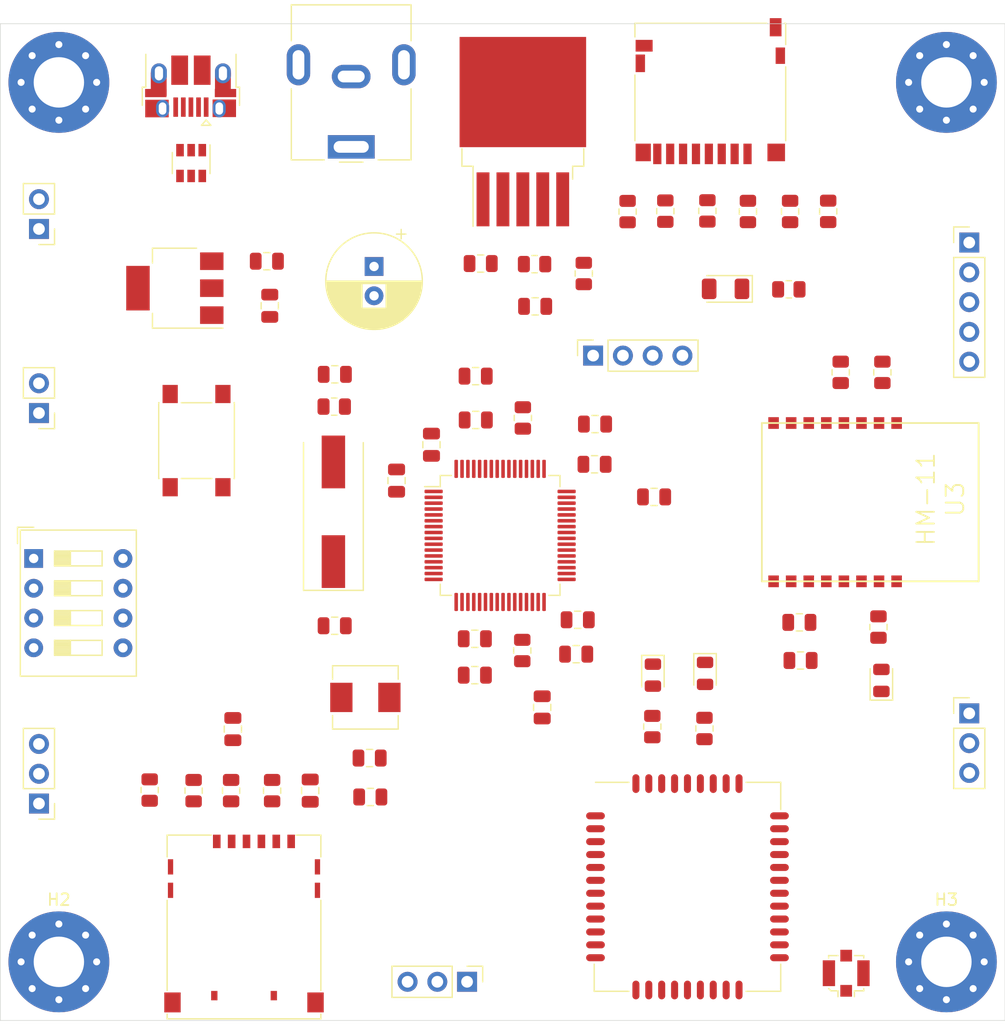
<source format=kicad_pcb>
(kicad_pcb (version 20171130) (host pcbnew "(5.1.10)-1")
  (layers (0 F.Cu signal) (31 B.Cu signal) (34 B.Paste user) (35 F.Paste user) (36 B.SilkS user) (37 F.SilkS user) (38 B.Mask user) (39 F.Mask user) (44 Edge.Cuts user))
  (net 0 "")
  (net 1 GND)
  (net 2 +3V3)
  (net 3 "Net-(U2-Pad62)")
  (net 4 "Net-(U2-Pad61)")
  (net 5 BOOT0)
  (net 6 "Net-(U2-Pad57)")
  (net 7 "Net-(U2-Pad56)")
  (net 8 SWO)
  (net 9 SDIO_CMD)
  (net 10 SDIO_CK)
  (net 11 SDIO_D3)
  (net 12 SDIO_D2)
  (net 13 SDIO_DETECT)
  (net 14 SWCLK)
  (net 15 "Net-(C7-Pad1)")
  (net 16 SWDIO)
  (net 17 USART1_RX)
  (net 18 USART1_TX)
  (net 19 SDIO_D1)
  (net 20 SDIO_D0)
  (net 21 UART6_RX)
  (net 22 UART6_TX)
  (net 23 "Net-(U2-Pad36)")
  (net 24 "Net-(U2-Pad35)")
  (net 25 "Net-(C6-Pad1)")
  (net 26 USART3_RX)
  (net 27 USART3_TX)
  (net 28 BOOT1)
  (net 29 "Net-(U2-Pad27)")
  (net 30 "Net-(U2-Pad25)")
  (net 31 "Net-(U2-Pad24)")
  (net 32 UART2_RX)
  (net 33 UART2_TX)
  (net 34 UART4_RX)
  (net 35 UART4_TX)
  (net 36 +3.3VA)
  (net 37 NRST)
  (net 38 HSE_IN)
  (net 39 "Net-(U2-Pad4)")
  (net 40 "Net-(U2-Pad3)")
  (net 41 "Net-(U2-Pad2)")
  (net 42 "Net-(R5-Pad1)")
  (net 43 "Net-(U3-Pad3)")
  (net 44 "Net-(R4-Pad1)")
  (net 45 "Net-(U3-Pad1)")
  (net 46 HM_KEY)
  (net 47 "Net-(R6-Pad1)")
  (net 48 "Net-(U3-Pad14)")
  (net 49 "Net-(U3-Pad13)")
  (net 50 "Net-(R7-Pad1)")
  (net 51 "Net-(U4-Pad40)")
  (net 52 SIM_PWR)
  (net 53 "Net-(U4-Pad38)")
  (net 54 "Net-(U4-Pad29)")
  (net 55 "Net-(U4-Pad28)")
  (net 56 "Net-(U4-Pad26)")
  (net 57 "Net-(U4-Pad25)")
  (net 58 "Net-(U4-Pad24)")
  (net 59 "Net-(U4-Pad23)")
  (net 60 "Net-(U4-Pad22)")
  (net 61 "Net-(U4-Pad20)")
  (net 62 SIM_RST)
  (net 63 SIM_DET)
  (net 64 "Net-(U4-Pad12)")
  (net 65 "Net-(U4-Pad11)")
  (net 66 "Net-(U4-Pad10)")
  (net 67 "Net-(U4-Pad9)")
  (net 68 "Net-(U4-Pad7)")
  (net 69 "Net-(U4-Pad6)")
  (net 70 "Net-(U4-Pad5)")
  (net 71 "Net-(U4-Pad4)")
  (net 72 "Net-(U4-Pad3)")
  (net 73 HSE_OUT)
  (net 74 SIM_VDD)
  (net 75 SIM_CLK)
  (net 76 SIM_DT)
  (net 77 "Net-(C2-Pad1)")
  (net 78 "Net-(D2-Pad2)")
  (net 79 "Net-(D3-Pad2)")
  (net 80 "Net-(J3-Pad7)")
  (net 81 "Net-(J3-Pad3)")
  (net 82 "Net-(J1-Pad9)")
  (net 83 "Net-(J3-Pad6)")
  (net 84 "Net-(AE1-Pad1)")
  (net 85 +5V)
  (net 86 +4V)
  (net 87 "Net-(D1-Pad2)")
  (net 88 "Net-(D4-Pad1)")
  (net 89 "Net-(J1-Pad1)")
  (net 90 "Net-(J1-Pad2)")
  (net 91 "Net-(J1-Pad3)")
  (net 92 "Net-(J1-Pad5)")
  (net 93 "Net-(J1-Pad7)")
  (net 94 "Net-(J1-Pad8)")
  (net 95 USB_CONN_D-)
  (net 96 USB_CONN_D+)
  (net 97 "Net-(J7-Pad4)")
  (net 98 SIM_STATUS)
  (net 99 USB_D+)
  (net 100 USB_D-)
  (net 101 HM_nRST)
  (net 102 "Net-(J7-Pad6)")
  (net 103 "Net-(R11-Pad2)")
  (net 104 "Net-(J3-Pad2)")
  (net 105 "Net-(H1-Pad1)")
  (net 106 "Net-(H2-Pad1)")
  (net 107 "Net-(H3-Pad1)")
  (net 108 "Net-(H4-Pad1)")
  (net 109 I2C1_SCL)
  (net 110 I2C1_SDA)
  (net 111 SIM_EN)
  (net 112 SD_EN)
  (net 113 BT_EN)
  (net 114 OLED_EN)
  (net 115 "Net-(U2-Pad33)")
  (net 116 "Net-(U2-Pad41)")
  (module Connector_PinSocket_2.54mm:PinSocket_1x04_P2.54mm_Vertical (layer F.Cu) (at 149.6 88.3 90)
    (fp_text reference J11)
    (fp_text value Conn_01x04)
    (pad 4 thru_hole oval (at 0 7.62 90) (size 1.7 1.7) (drill 1) (layers *.Cu *.Mask) (net 1 GND))
    (pad 3 thru_hole oval (at 0 5.08 90) (size 1.7 1.7) (drill 1) (layers *.Cu *.Mask) (net 109 I2C1_SCL))
    (pad 2 thru_hole oval (at 0 2.54 90) (size 1.7 1.7) (drill 1) (layers *.Cu *.Mask) (net 110 I2C1_SDA))
    (pad 1 thru_hole rect (at 0 0 90) (size 1.7 1.7) (drill 1) (layers *.Cu *.Mask) (net 2 +3V3))
  )
  (module Button_Switch_THT:SW_DIP_SPSTx04_Slide_9.78x12.34mm_W7.62mm_P2.54mm (layer F.Cu) (at 101.85 105.6)
    (fp_text reference SW2)
    (fp_text value SW_DIP_x04)
    (pad 8 thru_hole oval (at 7.62 0) (size 1.6 1.6) (drill 0.8) (layers *.Cu *.Mask) (net 111 SIM_EN))
    (pad 4 thru_hole oval (at 0 7.62) (size 1.6 1.6) (drill 0.8) (layers *.Cu *.Mask) (net 2 +3V3))
    (pad 7 thru_hole oval (at 7.62 2.54) (size 1.6 1.6) (drill 0.8) (layers *.Cu *.Mask) (net 112 SD_EN))
    (pad 3 thru_hole oval (at 0 5.08) (size 1.6 1.6) (drill 0.8) (layers *.Cu *.Mask) (net 2 +3V3))
    (pad 6 thru_hole oval (at 7.62 5.08) (size 1.6 1.6) (drill 0.8) (layers *.Cu *.Mask) (net 113 BT_EN))
    (pad 2 thru_hole oval (at 0 2.54) (size 1.6 1.6) (drill 0.8) (layers *.Cu *.Mask) (net 2 +3V3))
    (pad 5 thru_hole oval (at 7.62 7.62) (size 1.6 1.6) (drill 0.8) (layers *.Cu *.Mask) (net 10 SDIO_CK))
    (pad 1 thru_hole rect (at 0 0) (size 1.6 1.6) (drill 0.8) (layers *.Cu *.Mask) (net 2 +3V3))
  )
  (module Connector_PinHeader_2.54mm:PinHeader_1x03_P2.54mm_Vertical (layer F.Cu) (at 138.84 141.7 270)
    (fp_text reference J9)
    (fp_text value Conn_01x03)
    (pad 3 thru_hole oval (at 0 5.08 270) (size 1.7 1.7) (drill 1) (layers *.Cu *.Mask) (net 33 UART2_TX))
    (pad 2 thru_hole oval (at 0 2.54 270) (size 1.7 1.7) (drill 1) (layers *.Cu *.Mask) (net 32 UART2_RX))
    (pad 1 thru_hole rect (at 0 0 270) (size 1.7 1.7) (drill 1) (layers *.Cu *.Mask) (net 1 GND))
  )
  (module Connector_PinHeader_2.54mm:PinHeader_1x03_P2.54mm_Vertical (layer F.Cu) (at 102.3 126.5 180)
    (fp_text reference J8)
    (fp_text value Conn_01x03)
    (pad 3 thru_hole oval (at 0 5.08 180) (size 1.7 1.7) (drill 1) (layers *.Cu *.Mask) (net 35 UART4_TX))
    (pad 2 thru_hole oval (at 0 2.54 180) (size 1.7 1.7) (drill 1) (layers *.Cu *.Mask) (net 34 UART4_RX))
    (pad 1 thru_hole rect (at 0 0 180) (size 1.7 1.7) (drill 1) (layers *.Cu *.Mask) (net 1 GND))
  )
  (module Connector_PinHeader_2.54mm:PinHeader_1x02_P2.54mm_Vertical (layer F.Cu) (at 102.3 93.2 180)
    (fp_text reference J6)
    (fp_text value Conn_01x02)
    (pad 2 thru_hole oval (at 0 2.54 180) (size 1.7 1.7) (drill 1) (layers *.Cu *.Mask) (net 1 GND))
    (pad 1 thru_hole rect (at 0 0 180) (size 1.7 1.7) (drill 1) (layers *.Cu *.Mask) (net 2 +3V3))
  )
  (module Connector_PinHeader_2.54mm:PinHeader_1x02_P2.54mm_Vertical (layer F.Cu) (at 102.3 77.5 180)
    (fp_text reference J5)
    (fp_text value Conn_01x02)
    (pad 2 thru_hole oval (at 0 2.54 180) (size 1.7 1.7) (drill 1) (layers *.Cu *.Mask) (net 1 GND))
    (pad 1 thru_hole rect (at 0 0 180) (size 1.7 1.7) (drill 1) (layers *.Cu *.Mask) (net 86 +4V))
  )
  (module Connector_PinHeader_2.54mm:PinHeader_1x03_P2.54mm_Vertical (layer F.Cu) (at 181.7 118.81)
    (fp_text reference J4)
    (fp_text value Conn_01x03)
    (pad 3 thru_hole oval (at 0 5.08) (size 1.7 1.7) (drill 1) (layers *.Cu *.Mask) (net 22 UART6_TX))
    (pad 2 thru_hole oval (at 0 2.54) (size 1.7 1.7) (drill 1) (layers *.Cu *.Mask) (net 21 UART6_RX))
    (pad 1 thru_hole rect (at 0 0) (size 1.7 1.7) (drill 1) (layers *.Cu *.Mask) (net 1 GND))
  )
  (module Connector_PinHeader_2.54mm:PinHeader_1x05_P2.54mm_Vertical (layer F.Cu) (at 181.7 78.66)
    (fp_text reference J2)
    (fp_text value Conn_01x05)
    (pad 5 thru_hole oval (at 0 10.16) (size 1.7 1.7) (drill 1) (layers *.Cu *.Mask) (net 16 SWDIO))
    (pad 4 thru_hole oval (at 0 7.62) (size 1.7 1.7) (drill 1) (layers *.Cu *.Mask) (net 14 SWCLK))
    (pad 3 thru_hole oval (at 0 5.08) (size 1.7 1.7) (drill 1) (layers *.Cu *.Mask) (net 8 SWO))
    (pad 2 thru_hole oval (at 0 2.54) (size 1.7 1.7) (drill 1) (layers *.Cu *.Mask) (net 1 GND))
    (pad 1 thru_hole rect (at 0 0) (size 1.7 1.7) (drill 1) (layers *.Cu *.Mask) (net 2 +3V3))
  )
  (module Capacitor_THT:CP_Radial_D8.0mm_P2.50mm (layer F.Cu) (at 130.9 80.7 270)
    (fp_text reference C22)
    (fp_text value 470uF)
    (pad 2 thru_hole circle (at 2.5 0 270) (size 1.6 1.6) (drill 0.8) (layers *.Cu *.Mask) (net 1 GND))
    (pad 1 thru_hole rect (at 0 0 270) (size 1.6 1.6) (drill 0.8) (layers *.Cu *.Mask) (net 86 +4V))
  )
  (module Crystal:Crystal_SMD_HC49-SD (layer F.Cu) (at 127.43 101.62 90)
    (fp_text reference Y1)
    (fp_text value Crystal_Small)
    (pad 2 smd rect (at 4.25 0 90) (size 4.5 2) (layers F.Cu F.Paste F.Mask) (net 77 "Net-(C2-Pad1)"))
    (pad 1 smd rect (at -4.25 0 90) (size 4.5 2) (layers F.Cu F.Paste F.Mask) (net 38 HSE_IN))
  )
  (module Button_Switch_SMD:SW_Push_1P1T_NO_6x6mm_H9.5mm (layer F.Cu) (at 115.75 95.55 270)
    (fp_text reference SW1)
    (fp_text value SW_Push)
    (pad 2 smd rect (at 3.975 2.25 270) (size 1.55 1.3) (layers F.Cu F.Paste F.Mask) (net 1 GND))
    (pad 1 smd rect (at 3.975 -2.25 270) (size 1.55 1.3) (layers F.Cu F.Paste F.Mask) (net 37 NRST))
    (pad 1 smd rect (at -3.975 -2.25 270) (size 1.55 1.3) (layers F.Cu F.Paste F.Mask) (net 37 NRST))
    (pad 2 smd rect (at -3.975 2.25 270) (size 1.55 1.3) (layers F.Cu F.Paste F.Mask) (net 1 GND))
  )
  (module Connector_Coaxial:U.FL_Molex_MCRF_73412-0110_Vertical (layer F.Cu) (at 171.196 140.97)
    (fp_text reference AE1)
    (fp_text value Antenna_Chip)
    (pad 1 smd rect (at 0 1.5) (size 1 1) (layers F.Cu F.Paste F.Mask) (net 84 "Net-(AE1-Pad1)"))
    (pad 2 smd rect (at 0 -1.5) (size 1 1) (layers F.Cu F.Paste F.Mask) (net 1 GND))
    (pad 2 smd rect (at 1.475 0) (size 1.05 2.2) (layers F.Cu F.Paste F.Mask) (net 1 GND))
    (pad 2 smd rect (at -1.475 0) (size 1.05 2.2) (layers F.Cu F.Paste F.Mask) (net 1 GND))
  )
  (module MountingHole:MountingHole_4.3mm_M4_Pad_Via (layer F.Cu) (at 104 65)
    (fp_text reference H1)
    (fp_text value MountingHole_Pad)
    (pad 1 thru_hole circle (at 0 0) (size 8.6 8.6) (drill 4.3) (layers *.Cu *.Mask) (net 105 "Net-(H1-Pad1)"))
    (pad 1 thru_hole circle (at 3.225 0) (size 0.9 0.9) (drill 0.6) (layers *.Cu *.Mask) (net 105 "Net-(H1-Pad1)"))
    (pad 1 thru_hole circle (at 2.280419 2.280419) (size 0.9 0.9) (drill 0.6) (layers *.Cu *.Mask) (net 105 "Net-(H1-Pad1)"))
    (pad 1 thru_hole circle (at 0 3.225) (size 0.9 0.9) (drill 0.6) (layers *.Cu *.Mask) (net 105 "Net-(H1-Pad1)"))
    (pad 1 thru_hole circle (at -2.280419 2.280419) (size 0.9 0.9) (drill 0.6) (layers *.Cu *.Mask) (net 105 "Net-(H1-Pad1)"))
    (pad 1 thru_hole circle (at -3.225 0) (size 0.9 0.9) (drill 0.6) (layers *.Cu *.Mask) (net 105 "Net-(H1-Pad1)"))
    (pad 1 thru_hole circle (at -2.280419 -2.280419) (size 0.9 0.9) (drill 0.6) (layers *.Cu *.Mask) (net 105 "Net-(H1-Pad1)"))
    (pad 1 thru_hole circle (at 0 -3.225) (size 0.9 0.9) (drill 0.6) (layers *.Cu *.Mask) (net 105 "Net-(H1-Pad1)"))
    (pad 1 thru_hole circle (at 2.280419 -2.280419) (size 0.9 0.9) (drill 0.6) (layers *.Cu *.Mask) (net 105 "Net-(H1-Pad1)"))
  )
  (module MountingHole:MountingHole_4.3mm_M4_Pad_Via (layer F.Cu) (at 104 140)
    (fp_text reference H2 (at 0 -5.3) (layer F.SilkS))
    (fp_text value MountingHole_Pad)
    (pad 1 thru_hole circle (at 0 0) (size 8.6 8.6) (drill 4.3) (layers *.Cu *.Mask) (net 106 "Net-(H2-Pad1)"))
    (pad 1 thru_hole circle (at 3.225 0) (size 0.9 0.9) (drill 0.6) (layers *.Cu *.Mask) (net 106 "Net-(H2-Pad1)"))
    (pad 1 thru_hole circle (at 2.280419 2.280419) (size 0.9 0.9) (drill 0.6) (layers *.Cu *.Mask) (net 106 "Net-(H2-Pad1)"))
    (pad 1 thru_hole circle (at 0 3.225) (size 0.9 0.9) (drill 0.6) (layers *.Cu *.Mask) (net 106 "Net-(H2-Pad1)"))
    (pad 1 thru_hole circle (at -2.280419 2.280419) (size 0.9 0.9) (drill 0.6) (layers *.Cu *.Mask) (net 106 "Net-(H2-Pad1)"))
    (pad 1 thru_hole circle (at -3.225 0) (size 0.9 0.9) (drill 0.6) (layers *.Cu *.Mask) (net 106 "Net-(H2-Pad1)"))
    (pad 1 thru_hole circle (at -2.280419 -2.280419) (size 0.9 0.9) (drill 0.6) (layers *.Cu *.Mask) (net 106 "Net-(H2-Pad1)"))
    (pad 1 thru_hole circle (at 0 -3.225) (size 0.9 0.9) (drill 0.6) (layers *.Cu *.Mask) (net 106 "Net-(H2-Pad1)"))
    (pad 1 thru_hole circle (at 2.280419 -2.280419) (size 0.9 0.9) (drill 0.6) (layers *.Cu *.Mask) (net 106 "Net-(H2-Pad1)"))
  )
  (module Package_TO_SOT_SMD:SOT-223-3_TabPin2 (layer F.Cu) (at 113.9 82.55 180)
    (fp_text reference U7)
    (fp_text value LM117_TO3)
    (pad 1 smd rect (at -3.15 -2.3 180) (size 2 1.5) (layers F.Cu F.Paste F.Mask) (net 1 GND))
    (pad 3 smd rect (at -3.15 2.3 180) (size 2 1.5) (layers F.Cu F.Paste F.Mask) (net 2 +3V3))
    (pad 2 smd rect (at -3.15 0 180) (size 2 1.5) (layers F.Cu F.Paste F.Mask) (net 86 +4V))
    (pad 2 smd rect (at 3.15 0 180) (size 2 3.8) (layers F.Cu F.Paste F.Mask) (net 86 +4V))
  )
  (module Capacitor_SMD:C_0805_2012Metric (layer F.Cu) (at 121.75 80.25)
    (fp_text reference C25)
    (fp_text value 100nF)
    (pad 2 smd roundrect (at 0.95 0) (size 1 1.45) (layers F.Cu F.Paste F.Mask) (net 1 GND))
    (pad 1 smd roundrect (at -0.95 0) (size 1 1.45) (layers F.Cu F.Paste F.Mask) (net 2 +3V3))
  )
  (module Capacitor_SMD:C_0805_2012Metric (layer F.Cu) (at 122 84.05 270)
    (fp_text reference C24)
    (fp_text value 100nF)
    (pad 2 smd roundrect (at 0.95 0 270) (size 1 1.45) (layers F.Cu F.Paste F.Mask) (net 1 GND))
    (pad 1 smd roundrect (at -0.95 0 270) (size 1 1.45) (layers F.Cu F.Paste F.Mask) (net 86 +4V))
  )
  (module Resistor_SMD:R_0805_2012Metric (layer F.Cu) (at 122.2 125.4 270)
    (fp_text reference R21)
    (fp_text value 15)
    (pad 2 smd roundrect (at 0.9125 0 270) (size 1.025 1.4) (layers F.Cu F.Paste F.Mask) (roundrect_rratio 0.243902) (net 104 "Net-(J3-Pad2)"))
    (pad 1 smd roundrect (at -0.9125 0 270) (size 1.025 1.4) (layers F.Cu F.Paste F.Mask) (roundrect_rratio 0.243902) (net 62 SIM_RST))
  )
  (module Connector_BarrelJack:BarrelJack_CUI_PJ-063AH_Horizontal (layer F.Cu) (at 128.95 70.5 180)
    (fp_text reference J10)
    (fp_text value Barrel_Jack)
    (pad "" np_thru_hole circle (at 0 9 180) (size 1.6 1.6) (drill 1.6) (layers *.Cu *.Mask))
    (pad MP thru_hole oval (at 4.5 7 180) (size 2 3.5) (drill oval 1 2.5) (layers *.Cu *.Mask))
    (pad MP thru_hole oval (at -4.5 7 180) (size 2 3.5) (drill oval 1 2.5) (layers *.Cu *.Mask))
    (pad 2 thru_hole oval (at 0 6 180) (size 3.3 2) (drill oval 2.3 1) (layers *.Cu *.Mask) (net 1 GND))
    (pad 1 thru_hole rect (at 0 0 180) (size 4 2) (drill oval 3 1) (layers *.Cu *.Mask) (net 85 +5V))
  )
  (module Capacitor_SMD:C_0805_2012Metric (layer F.Cu) (at 139.57 90.05)
    (fp_text reference C23)
    (fp_text value "100 nF")
    (pad 2 smd roundrect (at 0.95 0) (size 1 1.45) (layers F.Cu F.Paste F.Mask) (net 1 GND))
    (pad 1 smd roundrect (at -0.95 0) (size 1 1.45) (layers F.Cu F.Paste F.Mask) (net 2 +3V3))
  )
  (module Package_TO_SOT_SMD:SOT-23-6 (layer F.Cu) (at 115.29 71.88 270)
    (fp_text reference U5)
    (fp_text value USBLC6-2SC6)
    (pad 1 smd rect (at -1.1 -0.95 270) (size 1.06 0.65) (layers F.Cu F.Paste F.Mask) (net 95 USB_CONN_D-))
    (pad 2 smd rect (at -1.1 0 270) (size 1.06 0.65) (layers F.Cu F.Paste F.Mask) (net 1 GND))
    (pad 3 smd rect (at -1.1 0.95 270) (size 1.06 0.65) (layers F.Cu F.Paste F.Mask) (net 96 USB_CONN_D+))
    (pad 4 smd rect (at 1.1 0.95 270) (size 1.06 0.65) (layers F.Cu F.Paste F.Mask) (net 99 USB_D+))
    (pad 6 smd rect (at 1.1 -0.95 270) (size 1.06 0.65) (layers F.Cu F.Paste F.Mask) (net 100 USB_D-))
    (pad 5 smd rect (at 1.1 0 270) (size 1.06 0.65) (layers F.Cu F.Paste F.Mask) (net 85 +5V))
  )
  (module RF_GSM:SIMCom_SIM800C (layer F.Cu) (at 157.65 133.6)
    (fp_text reference U4)
    (fp_text value SIM800C)
    (pad 1 smd oval (at -7.85 -6.05) (size 1.6 0.6) (layers F.Cu F.Mask) (net 26 USART3_RX))
    (pad 2 smd oval (at -7.85 -4.95) (size 1.6 0.6) (layers F.Cu F.Mask) (net 27 USART3_TX))
    (pad 3 smd oval (at -7.85 -3.85) (size 1.6 0.6) (layers F.Cu F.Mask) (net 72 "Net-(U4-Pad3)"))
    (pad 4 smd oval (at -7.85 -2.75) (size 1.6 0.6) (layers F.Cu F.Mask) (net 71 "Net-(U4-Pad4)"))
    (pad 5 smd oval (at -7.85 -1.65) (size 1.6 0.6) (layers F.Cu F.Mask) (net 70 "Net-(U4-Pad5)"))
    (pad 6 smd oval (at -7.85 -0.55) (size 1.6 0.6) (layers F.Cu F.Mask) (net 69 "Net-(U4-Pad6)"))
    (pad 7 smd oval (at -7.85 0.55) (size 1.6 0.6) (layers F.Cu F.Mask) (net 68 "Net-(U4-Pad7)"))
    (pad 8 smd oval (at -7.85 1.65) (size 1.6 0.6) (layers F.Cu F.Mask) (net 1 GND))
    (pad 9 smd oval (at -7.85 2.75) (size 1.6 0.6) (layers F.Cu F.Mask) (net 67 "Net-(U4-Pad9)"))
    (pad 10 smd oval (at -7.85 3.85) (size 1.6 0.6) (layers F.Cu F.Mask) (net 66 "Net-(U4-Pad10)"))
    (pad 11 smd oval (at -7.85 4.95) (size 1.6 0.6) (layers F.Cu F.Mask) (net 65 "Net-(U4-Pad11)"))
    (pad 12 smd oval (at -7.85 6.05) (size 1.6 0.6) (layers F.Cu F.Mask) (net 64 "Net-(U4-Pad12)"))
    (pad 13 smd oval (at -4.4 8.8) (size 0.6 1.6) (layers F.Cu F.Mask) (net 1 GND))
    (pad 14 smd oval (at -3.3 8.8) (size 0.6 1.6) (layers F.Cu F.Mask) (net 63 SIM_DET))
    (pad 15 smd oval (at -2.2 8.8) (size 0.6 1.6) (layers F.Cu F.Mask) (net 76 SIM_DT))
    (pad 16 smd oval (at -1.1 8.8) (size 0.6 1.6) (layers F.Cu F.Mask) (net 75 SIM_CLK))
    (pad 17 smd oval (at 0 8.8) (size 0.6 1.6) (layers F.Cu F.Mask) (net 62 SIM_RST))
    (pad 18 smd oval (at 1.1 8.8) (size 0.6 1.6) (layers F.Cu F.Mask) (net 74 SIM_VDD))
    (pad 19 smd oval (at 2.2 8.8) (size 0.6 1.6) (layers F.Cu F.Mask) (net 1 GND))
    (pad 20 smd oval (at 3.3 8.8) (size 0.6 1.6) (layers F.Cu F.Mask) (net 61 "Net-(U4-Pad20)"))
    (pad 21 smd oval (at 4.4 8.8) (size 0.6 1.6) (layers F.Cu F.Mask) (net 1 GND))
    (pad 22 smd oval (at 7.85 6.05) (size 1.6 0.6) (layers F.Cu F.Mask) (net 60 "Net-(U4-Pad22)"))
    (pad 23 smd oval (at 7.85 4.95) (size 1.6 0.6) (layers F.Cu F.Mask) (net 59 "Net-(U4-Pad23)"))
    (pad 24 smd oval (at 7.85 3.85) (size 1.6 0.6) (layers F.Cu F.Mask) (net 58 "Net-(U4-Pad24)"))
    (pad 25 smd oval (at 7.85 2.75) (size 1.6 0.6) (layers F.Cu F.Mask) (net 57 "Net-(U4-Pad25)"))
    (pad 26 smd oval (at 7.85 1.65) (size 1.6 0.6) (layers F.Cu F.Mask) (net 56 "Net-(U4-Pad26)"))
    (pad 27 smd oval (at 7.85 0.55) (size 1.6 0.6) (layers F.Cu F.Mask) (net 1 GND))
    (pad 28 smd oval (at 7.85 -0.55) (size 1.6 0.6) (layers F.Cu F.Mask) (net 55 "Net-(U4-Pad28)"))
    (pad 29 smd oval (at 7.85 -1.65) (size 1.6 0.6) (layers F.Cu F.Mask) (net 54 "Net-(U4-Pad29)"))
    (pad 30 smd oval (at 7.85 -2.75) (size 1.6 0.6) (layers F.Cu F.Mask) (net 1 GND))
    (pad 31 smd oval (at 7.85 -3.85) (size 1.6 0.6) (layers F.Cu F.Mask) (net 1 GND))
    (pad 32 smd oval (at 7.85 -4.95) (size 1.6 0.6) (layers F.Cu F.Mask) (net 84 "Net-(AE1-Pad1)"))
    (pad 33 smd oval (at 7.85 -6.05) (size 1.6 0.6) (layers F.Cu F.Mask) (net 1 GND))
    (pad 34 smd oval (at 4.4 -8.8) (size 0.6 1.6) (layers F.Cu F.Mask) (net 86 +4V))
    (pad 35 smd oval (at 3.3 -8.8) (size 0.6 1.6) (layers F.Cu F.Mask) (net 86 +4V))
    (pad 36 smd oval (at 2.2 -8.8) (size 0.6 1.6) (layers F.Cu F.Mask) (net 1 GND))
    (pad 37 smd oval (at 1.1 -8.8) (size 0.6 1.6) (layers F.Cu F.Mask) (net 1 GND))
    (pad 38 smd oval (at 0 -8.8) (size 0.6 1.6) (layers F.Cu F.Mask) (net 53 "Net-(U4-Pad38)"))
    (pad 39 smd oval (at -1.1 -8.8) (size 0.6 1.6) (layers F.Cu F.Mask) (net 52 SIM_PWR))
    (pad 40 smd oval (at -2.2 -8.8) (size 0.6 1.6) (layers F.Cu F.Mask) (net 51 "Net-(U4-Pad40)"))
    (pad 41 smd oval (at -3.3 -8.8) (size 0.6 1.6) (layers F.Cu F.Mask) (net 50 "Net-(R7-Pad1)"))
    (pad 42 smd oval (at -4.4 -8.8) (size 0.6 1.6) (layers F.Cu F.Mask) (net 98 SIM_STATUS))
  )
  (module Wireless_Connection:HM-11 (layer F.Cu) (at 172.75 100.8 270)
    (fp_text reference U3 (at -0.25 -7.75 90) (layer F.SilkS) (effects (font (size 1.5 1.5))))
    (fp_text value HM-11 (at -0.25 -5.25 90) (layer F.SilkS) (effects (font (size 1.5 1.5))))
    (pad 8 smd rect (at -6.75 7.75 270) (size 1 0.9) (layers F.Cu F.Paste F.Mask))
    (pad 9 smd rect (at 6.75 7.75 270) (size 1 0.9) (layers F.Cu F.Paste F.Mask) (net 2 +3V3))
    (pad 10 smd rect (at 6.75 6.25 270) (size 1 0.9) (layers F.Cu F.Paste F.Mask))
    (pad 11 smd rect (at 6.75 4.75 270) (size 1 0.9) (layers F.Cu F.Paste F.Mask) (net 101 HM_nRST))
    (pad 12 smd rect (at 6.75 3.25 270) (size 1 0.9) (layers F.Cu F.Paste F.Mask) (net 1 GND))
    (pad 13 smd rect (at 6.75 1.75 270) (size 1 0.9) (layers F.Cu F.Paste F.Mask) (net 49 "Net-(U3-Pad13)"))
    (pad 14 smd rect (at 6.75 0.25 270) (size 1 0.9) (layers F.Cu F.Paste F.Mask) (net 48 "Net-(U3-Pad14)"))
    (pad 15 smd rect (at 6.75 -1.25 270) (size 1 0.9) (layers F.Cu F.Paste F.Mask) (net 47 "Net-(R6-Pad1)"))
    (pad 16 smd rect (at 6.75 -2.75 270) (size 1 0.9) (layers F.Cu F.Paste F.Mask) (net 46 HM_KEY))
    (pad 1 smd rect (at -6.75 -2.75 270) (size 1 0.9) (layers F.Cu F.Paste F.Mask) (net 45 "Net-(U3-Pad1)"))
    (pad 2 smd rect (at -6.75 -1.25 270) (size 1 0.9) (layers F.Cu F.Paste F.Mask) (net 44 "Net-(R4-Pad1)"))
    (pad 3 smd rect (at -6.75 0.25 270) (size 1 0.9) (layers F.Cu F.Paste F.Mask) (net 43 "Net-(U3-Pad3)"))
    (pad 4 smd rect (at -6.75 1.75 270) (size 1 0.9) (layers F.Cu F.Paste F.Mask) (net 42 "Net-(R5-Pad1)"))
    (pad 5 smd rect (at -6.75 3.25 270) (size 1 0.9) (layers F.Cu F.Paste F.Mask))
    (pad 6 smd rect (at -6.75 4.75 270) (size 1 0.9) (layers F.Cu F.Paste F.Mask))
    (pad 7 smd rect (at -6.75 6.25 270) (size 1 0.9) (layers F.Cu F.Paste F.Mask))
  )
  (module Package_QFP:LQFP-64_10x10mm_P0.5mm (layer F.Cu) (at 141.66 103.635)
    (fp_text reference U2)
    (fp_text value STM32F205RFTx)
    (pad 1 smd roundrect (at -5.675 -3.75) (size 1.55 0.3) (layers F.Cu F.Paste F.Mask) (net 2 +3V3))
    (pad 2 smd roundrect (at -5.675 -3.25) (size 1.55 0.3) (layers F.Cu F.Paste F.Mask) (net 41 "Net-(U2-Pad2)"))
    (pad 3 smd roundrect (at -5.675 -2.75) (size 1.55 0.3) (layers F.Cu F.Paste F.Mask) (net 40 "Net-(U2-Pad3)"))
    (pad 4 smd roundrect (at -5.675 -2.25) (size 1.55 0.3) (layers F.Cu F.Paste F.Mask) (net 39 "Net-(U2-Pad4)"))
    (pad 5 smd roundrect (at -5.675 -1.75) (size 1.55 0.3) (layers F.Cu F.Paste F.Mask) (net 38 HSE_IN))
    (pad 6 smd roundrect (at -5.675 -1.25) (size 1.55 0.3) (layers F.Cu F.Paste F.Mask) (net 73 HSE_OUT))
    (pad 7 smd roundrect (at -5.675 -0.75) (size 1.55 0.3) (layers F.Cu F.Paste F.Mask) (net 37 NRST))
    (pad 8 smd roundrect (at -5.675 -0.25) (size 1.55 0.3) (layers F.Cu F.Paste F.Mask) (net 111 SIM_EN))
    (pad 9 smd roundrect (at -5.675 0.25) (size 1.55 0.3) (layers F.Cu F.Paste F.Mask) (net 112 SD_EN))
    (pad 10 smd roundrect (at -5.675 0.75) (size 1.55 0.3) (layers F.Cu F.Paste F.Mask) (net 113 BT_EN))
    (pad 11 smd roundrect (at -5.675 1.25) (size 1.55 0.3) (layers F.Cu F.Paste F.Mask) (net 114 OLED_EN))
    (pad 12 smd roundrect (at -5.675 1.75) (size 1.55 0.3) (layers F.Cu F.Paste F.Mask) (net 1 GND))
    (pad 13 smd roundrect (at -5.675 2.25) (size 1.55 0.3) (layers F.Cu F.Paste F.Mask) (net 36 +3.3VA))
    (pad 14 smd roundrect (at -5.675 2.75) (size 1.55 0.3) (layers F.Cu F.Paste F.Mask) (net 35 UART4_TX))
    (pad 15 smd roundrect (at -5.675 3.25) (size 1.55 0.3) (layers F.Cu F.Paste F.Mask) (net 34 UART4_RX))
    (pad 16 smd roundrect (at -5.675 3.75) (size 1.55 0.3) (layers F.Cu F.Paste F.Mask) (net 33 UART2_TX))
    (pad 17 smd roundrect (at -3.75 5.675) (size 0.3 1.55) (layers F.Cu F.Paste F.Mask) (net 32 UART2_RX))
    (pad 18 smd roundrect (at -3.25 5.675) (size 0.3 1.55) (layers F.Cu F.Paste F.Mask) (net 1 GND))
    (pad 19 smd roundrect (at -2.75 5.675) (size 0.3 1.55) (layers F.Cu F.Paste F.Mask) (net 2 +3V3))
    (pad 20 smd roundrect (at -2.25 5.675) (size 0.3 1.55) (layers F.Cu F.Paste F.Mask) (net 63 SIM_DET))
    (pad 21 smd roundrect (at -1.75 5.675) (size 0.3 1.55) (layers F.Cu F.Paste F.Mask) (net 62 SIM_RST))
    (pad 22 smd roundrect (at -1.25 5.675) (size 0.3 1.55) (layers F.Cu F.Paste F.Mask) (net 52 SIM_PWR))
    (pad 23 smd roundrect (at -0.75 5.675) (size 0.3 1.55) (layers F.Cu F.Paste F.Mask) (net 98 SIM_STATUS))
    (pad 24 smd roundrect (at -0.25 5.675) (size 0.3 1.55) (layers F.Cu F.Paste F.Mask) (net 31 "Net-(U2-Pad24)"))
    (pad 25 smd roundrect (at 0.25 5.675) (size 0.3 1.55) (layers F.Cu F.Paste F.Mask) (net 30 "Net-(U2-Pad25)"))
    (pad 26 smd roundrect (at 0.75 5.675) (size 0.3 1.55) (layers F.Cu F.Paste F.Mask) (net 101 HM_nRST))
    (pad 27 smd roundrect (at 1.25 5.675) (size 0.3 1.55) (layers F.Cu F.Paste F.Mask) (net 29 "Net-(U2-Pad27)"))
    (pad 28 smd roundrect (at 1.75 5.675) (size 0.3 1.55) (layers F.Cu F.Paste F.Mask) (net 28 BOOT1))
    (pad 29 smd roundrect (at 2.25 5.675) (size 0.3 1.55) (layers F.Cu F.Paste F.Mask) (net 27 USART3_TX))
    (pad 30 smd roundrect (at 2.75 5.675) (size 0.3 1.55) (layers F.Cu F.Paste F.Mask) (net 26 USART3_RX))
    (pad 31 smd roundrect (at 3.25 5.675) (size 0.3 1.55) (layers F.Cu F.Paste F.Mask) (net 25 "Net-(C6-Pad1)"))
    (pad 32 smd roundrect (at 3.75 5.675) (size 0.3 1.55) (layers F.Cu F.Paste F.Mask) (net 2 +3V3))
    (pad 33 smd roundrect (at 5.675 3.75) (size 1.55 0.3) (layers F.Cu F.Paste F.Mask) (net 115 "Net-(U2-Pad33)"))
    (pad 34 smd roundrect (at 5.675 3.25) (size 1.55 0.3) (layers F.Cu F.Paste F.Mask) (net 46 HM_KEY))
    (pad 35 smd roundrect (at 5.675 2.75) (size 1.55 0.3) (layers F.Cu F.Paste F.Mask) (net 24 "Net-(U2-Pad35)"))
    (pad 36 smd roundrect (at 5.675 2.25) (size 1.55 0.3) (layers F.Cu F.Paste F.Mask) (net 23 "Net-(U2-Pad36)"))
    (pad 37 smd roundrect (at 5.675 1.75) (size 1.55 0.3) (layers F.Cu F.Paste F.Mask) (net 22 UART6_TX))
    (pad 38 smd roundrect (at 5.675 1.25) (size 1.55 0.3) (layers F.Cu F.Paste F.Mask) (net 21 UART6_RX))
    (pad 39 smd roundrect (at 5.675 0.75) (size 1.55 0.3) (layers F.Cu F.Paste F.Mask) (net 20 SDIO_D0))
    (pad 40 smd roundrect (at 5.675 0.25) (size 1.55 0.3) (layers F.Cu F.Paste F.Mask) (net 19 SDIO_D1))
    (pad 41 smd roundrect (at 5.675 -0.25) (size 1.55 0.3) (layers F.Cu F.Paste F.Mask) (net 116 "Net-(U2-Pad41)"))
    (pad 42 smd roundrect (at 5.675 -0.75) (size 1.55 0.3) (layers F.Cu F.Paste F.Mask) (net 18 USART1_TX))
    (pad 43 smd roundrect (at 5.675 -1.25) (size 1.55 0.3) (layers F.Cu F.Paste F.Mask) (net 17 USART1_RX))
    (pad 44 smd roundrect (at 5.675 -1.75) (size 1.55 0.3) (layers F.Cu F.Paste F.Mask) (net 100 USB_D-))
    (pad 45 smd roundrect (at 5.675 -2.25) (size 1.55 0.3) (layers F.Cu F.Paste F.Mask) (net 99 USB_D+))
    (pad 46 smd roundrect (at 5.675 -2.75) (size 1.55 0.3) (layers F.Cu F.Paste F.Mask) (net 16 SWDIO))
    (pad 47 smd roundrect (at 5.675 -3.25) (size 1.55 0.3) (layers F.Cu F.Paste F.Mask) (net 15 "Net-(C7-Pad1)"))
    (pad 48 smd roundrect (at 5.675 -3.75) (size 1.55 0.3) (layers F.Cu F.Paste F.Mask) (net 2 +3V3))
    (pad 49 smd roundrect (at 3.75 -5.675) (size 0.3 1.55) (layers F.Cu F.Paste F.Mask) (net 14 SWCLK))
    (pad 50 smd roundrect (at 3.25 -5.675) (size 0.3 1.55) (layers F.Cu F.Paste F.Mask) (net 13 SDIO_DETECT))
    (pad 51 smd roundrect (at 2.75 -5.675) (size 0.3 1.55) (layers F.Cu F.Paste F.Mask) (net 12 SDIO_D2))
    (pad 52 smd roundrect (at 2.25 -5.675) (size 0.3 1.55) (layers F.Cu F.Paste F.Mask) (net 11 SDIO_D3))
    (pad 53 smd roundrect (at 1.75 -5.675) (size 0.3 1.55) (layers F.Cu F.Paste F.Mask) (net 10 SDIO_CK))
    (pad 54 smd roundrect (at 1.25 -5.675) (size 0.3 1.55) (layers F.Cu F.Paste F.Mask) (net 9 SDIO_CMD))
    (pad 55 smd roundrect (at 0.75 -5.675) (size 0.3 1.55) (layers F.Cu F.Paste F.Mask) (net 8 SWO))
    (pad 56 smd roundrect (at 0.25 -5.675) (size 0.3 1.55) (layers F.Cu F.Paste F.Mask) (net 7 "Net-(U2-Pad56)"))
    (pad 57 smd roundrect (at -0.25 -5.675) (size 0.3 1.55) (layers F.Cu F.Paste F.Mask) (net 6 "Net-(U2-Pad57)"))
    (pad 58 smd roundrect (at -0.75 -5.675) (size 0.3 1.55) (layers F.Cu F.Paste F.Mask) (net 109 I2C1_SCL))
    (pad 59 smd roundrect (at -1.25 -5.675) (size 0.3 1.55) (layers F.Cu F.Paste F.Mask) (net 110 I2C1_SDA))
    (pad 60 smd roundrect (at -1.75 -5.675) (size 0.3 1.55) (layers F.Cu F.Paste F.Mask) (net 5 BOOT0))
    (pad 61 smd roundrect (at -2.25 -5.675) (size 0.3 1.55) (layers F.Cu F.Paste F.Mask) (net 4 "Net-(U2-Pad61)"))
    (pad 62 smd roundrect (at -2.75 -5.675) (size 0.3 1.55) (layers F.Cu F.Paste F.Mask) (net 3 "Net-(U2-Pad62)"))
    (pad 63 smd roundrect (at -3.25 -5.675) (size 0.3 1.55) (layers F.Cu F.Paste F.Mask) (net 1 GND))
    (pad 64 smd roundrect (at -3.75 -5.675) (size 0.3 1.55) (layers F.Cu F.Paste F.Mask) (net 2 +3V3))
  )
  (module Package_TO_SOT_SMD:TO-263-5_TabPin3 (layer F.Cu) (at 143.6 69.2 90)
    (fp_text reference U1)
    (fp_text value MIC29302WU)
    (pad 3 smd rect (at 3.375 0 90) (size 9.4 10.8) (layers F.Cu F.Mask) (net 1 GND))
    (pad 5 smd rect (at -5.775 3.4 90) (size 4.6 1.1) (layers F.Cu F.Paste F.Mask) (net 103 "Net-(R11-Pad2)"))
    (pad 4 smd rect (at -5.775 1.7 90) (size 4.6 1.1) (layers F.Cu F.Paste F.Mask) (net 86 +4V))
    (pad 3 smd rect (at -5.775 0 90) (size 4.6 1.1) (layers F.Cu F.Paste F.Mask) (net 1 GND))
    (pad 2 smd rect (at -5.775 -1.7 90) (size 4.6 1.1) (layers F.Cu F.Paste F.Mask) (net 85 +5V))
    (pad 1 smd rect (at -5.775 -3.4 90) (size 4.6 1.1) (layers F.Cu F.Paste F.Mask) (net 85 +5V))
  )
  (module Resistor_SMD:R_0805_2012Metric (layer F.Cu) (at 166.3 82.65 180)
    (fp_text reference R20)
    (fp_text value 330R)
    (pad 1 smd roundrect (at -0.9125 0 180) (size 1.025 1.4) (layers F.Cu F.Paste F.Mask) (roundrect_rratio 0.243902) (net 1 GND))
    (pad 2 smd roundrect (at 0.9125 0 180) (size 1.025 1.4) (layers F.Cu F.Paste F.Mask) (roundrect_rratio 0.243902) (net 88 "Net-(D4-Pad1)"))
  )
  (module Resistor_SMD:R_0805_2012Metric (layer F.Cu) (at 154.65 119.9375 90)
    (fp_text reference R19)
    (fp_text value 330R)
    (pad 1 smd roundrect (at -0.9125 0 90) (size 1.025 1.4) (layers F.Cu F.Paste F.Mask) (roundrect_rratio 0.243902) (net 98 SIM_STATUS))
    (pad 2 smd roundrect (at 0.9125 0 90) (size 1.025 1.4) (layers F.Cu F.Paste F.Mask) (roundrect_rratio 0.243902) (net 87 "Net-(D1-Pad2)"))
  )
  (module Resistor_SMD:R_0805_2012Metric (layer F.Cu) (at 169.66 76 90)
    (fp_text reference R18)
    (fp_text value 1k)
    (pad 1 smd roundrect (at -0.9125 0 90) (size 1.025 1.4) (layers F.Cu F.Paste F.Mask) (roundrect_rratio 0.243902) (net 12 SDIO_D2))
    (pad 2 smd roundrect (at 0.9125 0 90) (size 1.025 1.4) (layers F.Cu F.Paste F.Mask) (roundrect_rratio 0.243902) (net 89 "Net-(J1-Pad1)"))
  )
  (module Resistor_SMD:R_0805_2012Metric (layer F.Cu) (at 166.41 76.01 90)
    (fp_text reference R17)
    (fp_text value 1k)
    (pad 1 smd roundrect (at -0.9125 0 90) (size 1.025 1.4) (layers F.Cu F.Paste F.Mask) (roundrect_rratio 0.243902) (net 11 SDIO_D3))
    (pad 2 smd roundrect (at 0.9125 0 90) (size 1.025 1.4) (layers F.Cu F.Paste F.Mask) (roundrect_rratio 0.243902) (net 90 "Net-(J1-Pad2)"))
  )
  (module Resistor_SMD:R_0805_2012Metric (layer F.Cu) (at 162.81 76.01 90)
    (fp_text reference R16)
    (fp_text value 1k)
    (pad 1 smd roundrect (at -0.9125 0 90) (size 1.025 1.4) (layers F.Cu F.Paste F.Mask) (roundrect_rratio 0.243902) (net 9 SDIO_CMD))
    (pad 2 smd roundrect (at 0.9125 0 90) (size 1.025 1.4) (layers F.Cu F.Paste F.Mask) (roundrect_rratio 0.243902) (net 91 "Net-(J1-Pad3)"))
  )
  (module Resistor_SMD:R_0805_2012Metric (layer F.Cu) (at 159.35 75.96 90)
    (fp_text reference R15)
    (fp_text value 1k)
    (pad 1 smd roundrect (at -0.9125 0 90) (size 1.025 1.4) (layers F.Cu F.Paste F.Mask) (roundrect_rratio 0.243902) (net 10 SDIO_CK))
    (pad 2 smd roundrect (at 0.9125 0 90) (size 1.025 1.4) (layers F.Cu F.Paste F.Mask) (roundrect_rratio 0.243902) (net 92 "Net-(J1-Pad5)"))
  )
  (module Resistor_SMD:R_0805_2012Metric (layer F.Cu) (at 155.76 75.98 90)
    (fp_text reference R14)
    (fp_text value 1k)
    (pad 1 smd roundrect (at -0.9125 0 90) (size 1.025 1.4) (layers F.Cu F.Paste F.Mask) (roundrect_rratio 0.243902) (net 20 SDIO_D0))
    (pad 2 smd roundrect (at 0.9125 0 90) (size 1.025 1.4) (layers F.Cu F.Paste F.Mask) (roundrect_rratio 0.243902) (net 93 "Net-(J1-Pad7)"))
  )
  (module Resistor_SMD:R_0805_2012Metric (layer F.Cu) (at 152.54 76.02 90)
    (fp_text reference R13)
    (fp_text value 1k)
    (pad 1 smd roundrect (at -0.9125 0 90) (size 1.025 1.4) (layers F.Cu F.Paste F.Mask) (roundrect_rratio 0.243902) (net 19 SDIO_D1))
    (pad 2 smd roundrect (at 0.9125 0 90) (size 1.025 1.4) (layers F.Cu F.Paste F.Mask) (roundrect_rratio 0.243902) (net 94 "Net-(J1-Pad8)"))
  )
  (module Resistor_SMD:R_0805_2012Metric (layer F.Cu) (at 148.8 81.3 270)
    (fp_text reference R12)
    (fp_text value 43k)
    (pad 1 smd roundrect (at -0.9125 0 270) (size 1.025 1.4) (layers F.Cu F.Paste F.Mask) (roundrect_rratio 0.243902) (net 103 "Net-(R11-Pad2)"))
    (pad 2 smd roundrect (at 0.9125 0 270) (size 1.025 1.4) (layers F.Cu F.Paste F.Mask) (roundrect_rratio 0.243902) (net 1 GND))
  )
  (module Resistor_SMD:R_0805_2012Metric (layer F.Cu) (at 144.6 80.5)
    (fp_text reference R11)
    (fp_text value 100k)
    (pad 1 smd roundrect (at -0.9125 0) (size 1.025 1.4) (layers F.Cu F.Paste F.Mask) (roundrect_rratio 0.243902) (net 86 +4V))
    (pad 2 smd roundrect (at 0.9125 0) (size 1.025 1.4) (layers F.Cu F.Paste F.Mask) (roundrect_rratio 0.243902) (net 103 "Net-(R11-Pad2)"))
  )
  (module Resistor_SMD:R_0805_2012Metric (layer F.Cu) (at 118.7 125.4 270)
    (fp_text reference R10)
    (fp_text value 15)
    (pad 1 smd roundrect (at -0.9125 0 270) (size 1.025 1.4) (layers F.Cu F.Paste F.Mask) (roundrect_rratio 0.243902) (net 76 SIM_DT))
    (pad 2 smd roundrect (at 0.9125 0 270) (size 1.025 1.4) (layers F.Cu F.Paste F.Mask) (roundrect_rratio 0.243902) (net 80 "Net-(J3-Pad7)"))
  )
  (module Resistor_SMD:R_0805_2012Metric (layer F.Cu) (at 111.75 125.35 270)
    (fp_text reference R9)
    (fp_text value 15)
    (pad 1 smd roundrect (at -0.9125 0 270) (size 1.025 1.4) (layers F.Cu F.Paste F.Mask) (roundrect_rratio 0.243902) (net 75 SIM_CLK))
    (pad 2 smd roundrect (at 0.9125 0 270) (size 1.025 1.4) (layers F.Cu F.Paste F.Mask) (roundrect_rratio 0.243902) (net 81 "Net-(J3-Pad3)"))
  )
  (module Resistor_SMD:R_0805_2012Metric (layer F.Cu) (at 115.5 125.4 270)
    (fp_text reference R8)
    (fp_text value 10k)
    (pad 1 smd roundrect (at -0.9125 0 270) (size 1.025 1.4) (layers F.Cu F.Paste F.Mask) (roundrect_rratio 0.243902) (net 74 SIM_VDD))
    (pad 2 smd roundrect (at 0.9125 0 270) (size 1.025 1.4) (layers F.Cu F.Paste F.Mask) (roundrect_rratio 0.243902) (net 80 "Net-(J3-Pad7)"))
  )
  (module Resistor_SMD:R_0805_2012Metric (layer F.Cu) (at 159.1 120.1 90)
    (fp_text reference R7)
    (fp_text value 330R)
    (pad 1 smd roundrect (at -0.9125 0 90) (size 1.025 1.4) (layers F.Cu F.Paste F.Mask) (roundrect_rratio 0.243902) (net 50 "Net-(R7-Pad1)"))
    (pad 2 smd roundrect (at 0.9125 0 90) (size 1.025 1.4) (layers F.Cu F.Paste F.Mask) (roundrect_rratio 0.243902) (net 79 "Net-(D3-Pad2)"))
  )
  (module Resistor_SMD:R_0805_2012Metric (layer F.Cu) (at 173.95 111.45 270)
    (fp_text reference R6)
    (fp_text value 470)
    (pad 1 smd roundrect (at -0.9125 0 270) (size 1.025 1.4) (layers F.Cu F.Paste F.Mask) (roundrect_rratio 0.243902) (net 47 "Net-(R6-Pad1)"))
    (pad 2 smd roundrect (at 0.9125 0 270) (size 1.025 1.4) (layers F.Cu F.Paste F.Mask) (roundrect_rratio 0.243902) (net 78 "Net-(D2-Pad2)"))
  )
  (module Resistor_SMD:R_0805_2012Metric (layer F.Cu) (at 170.728 89.728 90)
    (fp_text reference R5)
    (fp_text value 1k)
    (pad 1 smd roundrect (at -0.9125 0 90) (size 1.025 1.4) (layers F.Cu F.Paste F.Mask) (roundrect_rratio 0.243902) (net 42 "Net-(R5-Pad1)"))
    (pad 2 smd roundrect (at 0.9125 0 90) (size 1.025 1.4) (layers F.Cu F.Paste F.Mask) (roundrect_rratio 0.243902) (net 18 USART1_TX))
  )
  (module Resistor_SMD:R_0805_2012Metric (layer F.Cu) (at 174.284 89.728 90)
    (fp_text reference R4)
    (fp_text value 1k)
    (pad 1 smd roundrect (at -0.9125 0 90) (size 1.025 1.4) (layers F.Cu F.Paste F.Mask) (roundrect_rratio 0.243902) (net 44 "Net-(R4-Pad1)"))
    (pad 2 smd roundrect (at 0.9125 0 90) (size 1.025 1.4) (layers F.Cu F.Paste F.Mask) (roundrect_rratio 0.243902) (net 17 USART1_RX))
  )
  (module Resistor_SMD:R_0805_2012Metric (layer F.Cu) (at 127.5 92.65 180)
    (fp_text reference R3)
    (fp_text value 47)
    (pad 1 smd roundrect (at -0.9125 0 180) (size 1.025 1.4) (layers F.Cu F.Paste F.Mask) (roundrect_rratio 0.243902) (net 73 HSE_OUT))
    (pad 2 smd roundrect (at 0.9125 0 180) (size 1.025 1.4) (layers F.Cu F.Paste F.Mask) (roundrect_rratio 0.243902) (net 77 "Net-(C2-Pad1)"))
  )
  (module Resistor_SMD:R_0805_2012Metric (layer F.Cu) (at 143.55 113.45 270)
    (fp_text reference R2)
    (fp_text value 10k)
    (pad 1 smd roundrect (at -0.9125 0 270) (size 1.025 1.4) (layers F.Cu F.Paste F.Mask) (roundrect_rratio 0.243902) (net 28 BOOT1))
    (pad 2 smd roundrect (at 0.9125 0 270) (size 1.025 1.4) (layers F.Cu F.Paste F.Mask) (roundrect_rratio 0.243902) (net 1 GND))
  )
  (module Resistor_SMD:R_0805_2012Metric (layer F.Cu) (at 143.6 93.6175 90)
    (fp_text reference R1)
    (fp_text value 10k)
    (pad 1 smd roundrect (at -0.9125 0 90) (size 1.025 1.4) (layers F.Cu F.Paste F.Mask) (roundrect_rratio 0.243902) (net 5 BOOT0))
    (pad 2 smd roundrect (at 0.9125 0 90) (size 1.025 1.4) (layers F.Cu F.Paste F.Mask) (roundrect_rratio 0.243902) (net 1 GND))
  )
  (module Inductor_SMD:L_Sunlord_MWSA0518_5.4x5.2mm (layer F.Cu) (at 130.16 117.45 180)
    (fp_text reference L1)
    (fp_text value "39 nH")
    (pad 1 smd rect (at -2.05 0 180) (size 1.9 2.5) (layers F.Cu F.Paste F.Mask) (net 2 +3V3))
    (pad 2 smd rect (at 2.05 0 180) (size 1.9 2.5) (layers F.Cu F.Paste F.Mask) (net 36 +3.3VA))
  )
  (module Connector_USB:USB_Micro-B_Amphenol_10103594-0001LF_Horizontal (layer F.Cu) (at 115.245 65.345 180)
    (fp_text reference J7)
    (fp_text value USB_B_Mini)
    (pad 6 smd rect (at 2.725 0.185 180) (size 1.35 2) (layers F.Cu F.Paste F.Mask) (net 102 "Net-(J7-Pad6)"))
    (pad 6 smd rect (at -2.755 0.185 180) (size 1.35 2) (layers F.Cu F.Paste F.Mask) (net 102 "Net-(J7-Pad6)"))
    (pad 6 smd rect (at -2.975 -0.565 180) (size 1.825 0.7) (layers F.Cu F.Paste F.Mask) (net 102 "Net-(J7-Pad6)"))
    (pad 6 smd rect (at 2.975 -0.565 180) (size 1.825 0.7) (layers F.Cu F.Paste F.Mask) (net 102 "Net-(J7-Pad6)"))
    (pad 6 smd rect (at -2.875 -1.865 180) (size 2 1.5) (layers F.Cu F.Paste F.Mask) (net 102 "Net-(J7-Pad6)"))
    (pad 6 smd rect (at 2.875 -1.885 180) (size 2 1.5) (layers F.Cu F.Paste F.Mask) (net 102 "Net-(J7-Pad6)"))
    (pad 1 smd rect (at -1.325 -1.765 270) (size 1.65 0.4) (layers F.Cu F.Paste F.Mask) (net 85 +5V))
    (pad 2 smd rect (at -0.675 -1.765 270) (size 1.65 0.4) (layers F.Cu F.Paste F.Mask) (net 95 USB_CONN_D-))
    (pad 3 smd rect (at -0.025 -1.765 270) (size 1.65 0.4) (layers F.Cu F.Paste F.Mask) (net 96 USB_CONN_D+))
    (pad 4 smd rect (at 0.625 -1.765 270) (size 1.65 0.4) (layers F.Cu F.Paste F.Mask) (net 97 "Net-(J7-Pad4)"))
    (pad 5 smd rect (at 1.275 -1.765 270) (size 1.65 0.4) (layers F.Cu F.Paste F.Mask) (net 1 GND))
    (pad 6 thru_hole oval (at -2.445 -1.885 270) (size 1.5 1.1) (drill oval 1.05 0.65) (layers *.Cu *.Mask) (net 102 "Net-(J7-Pad6)"))
    (pad 6 thru_hole oval (at 2.395 -1.885 270) (size 1.5 1.1) (drill oval 1.05 0.65) (layers *.Cu *.Mask) (net 102 "Net-(J7-Pad6)"))
    (pad 6 thru_hole oval (at -2.755 1.115 270) (size 1.7 1.35) (drill oval 1.2 0.7) (layers *.Cu *.Mask) (net 102 "Net-(J7-Pad6)"))
    (pad 6 thru_hole oval (at 2.705 1.115 270) (size 1.7 1.35) (drill oval 1.2 0.7) (layers *.Cu *.Mask) (net 102 "Net-(J7-Pad6)"))
    (pad 6 smd rect (at -0.985 1.385 270) (size 2.5 1.43) (layers F.Cu F.Paste F.Mask) (net 102 "Net-(J7-Pad6)"))
    (pad 6 smd rect (at 0.935 1.385 270) (size 2.5 1.43) (layers F.Cu F.Paste F.Mask) (net 102 "Net-(J7-Pad6)"))
  )
  (module Connector_Card:microSIM_JAE_SF53S006VCBR2000 (layer F.Cu) (at 119.8 136.35)
    (fp_text reference J3)
    (fp_text value SIM_Card)
    (pad SH smd rect (at -6.105 7.11) (size 1.4 1.7) (layers F.Cu F.Paste F.Mask))
    (pad SH smd rect (at 6.105 7.11) (size 1.4 1.7) (layers F.Cu F.Paste F.Mask))
    (pad SH smd rect (at -6.27 -2.45) (size 0.45 1.3) (layers F.Cu F.Paste F.Mask))
    (pad SH smd rect (at -6.27 -4.45) (size 0.45 1.3) (layers F.Cu F.Paste F.Mask))
    (pad SH smd rect (at 6.27 -2.45) (size 0.45 1.3) (layers F.Cu F.Paste F.Mask))
    (pad SH smd rect (at 6.27 -4.45) (size 0.45 1.3) (layers F.Cu F.Paste F.Mask))
    (pad SH smd rect (at -2.535 6.53) (size 0.54 0.8) (layers F.Cu F.Paste F.Mask))
    (pad SH smd rect (at 2.545 6.53) (size 0.54 0.8) (layers F.Cu F.Paste F.Mask))
    (pad 1 smd rect (at 2.755 -6.62) (size 0.65 1.15) (layers F.Cu F.Paste F.Mask) (net 74 SIM_VDD))
    (pad 2 smd rect (at 0.215 -6.62) (size 0.65 1.15) (layers F.Cu F.Paste F.Mask) (net 104 "Net-(J3-Pad2)"))
    (pad 3 smd rect (at -2.325 -6.62) (size 0.65 1.15) (layers F.Cu F.Paste F.Mask) (net 81 "Net-(J3-Pad3)"))
    (pad 5 smd rect (at 4.025 -6.62) (size 0.65 1.15) (layers F.Cu F.Paste F.Mask) (net 1 GND))
    (pad 6 smd rect (at 1.485 -6.62) (size 0.65 1.15) (layers F.Cu F.Paste F.Mask) (net 83 "Net-(J3-Pad6)"))
    (pad 7 smd rect (at -1.055 -6.62) (size 0.65 1.15) (layers F.Cu F.Paste F.Mask) (net 80 "Net-(J3-Pad7)"))
  )
  (module Connector_Card:microSD_HC_Hirose_DM3D-SF (layer F.Cu) (at 159.6 65.75)
    (fp_text reference J1)
    (fp_text value Micro_SD_Card)
    (pad 8 smd rect (at -4.525 5.35) (size 0.7 1.75) (layers F.Cu F.Paste F.Mask) (net 94 "Net-(J1-Pad8)"))
    (pad 11 smd rect (at -5.725 5.225) (size 1.3 1.5) (layers F.Cu F.Paste F.Mask))
    (pad 11 smd rect (at -5.975 -2.375) (size 0.8 1.5) (layers F.Cu F.Paste F.Mask))
    (pad 9 smd rect (at -5.65 -3.875) (size 1.45 1) (layers F.Cu F.Paste F.Mask) (net 82 "Net-(J1-Pad9)"))
    (pad 11 smd rect (at 5.975 -3.025) (size 0.8 1.4) (layers F.Cu F.Paste F.Mask))
    (pad 7 smd rect (at -3.425 5.35) (size 0.7 1.75) (layers F.Cu F.Paste F.Mask) (net 93 "Net-(J1-Pad7)"))
    (pad 6 smd rect (at -2.325 5.35) (size 0.7 1.75) (layers F.Cu F.Paste F.Mask) (net 1 GND))
    (pad 5 smd rect (at -1.225 5.35) (size 0.7 1.75) (layers F.Cu F.Paste F.Mask) (net 92 "Net-(J1-Pad5)"))
    (pad 4 smd rect (at -0.125 5.35) (size 0.7 1.75) (layers F.Cu F.Paste F.Mask) (net 2 +3V3))
    (pad 3 smd rect (at 0.975 5.35) (size 0.7 1.75) (layers F.Cu F.Paste F.Mask) (net 91 "Net-(J1-Pad3)"))
    (pad 2 smd rect (at 2.075 5.35) (size 0.7 1.75) (layers F.Cu F.Paste F.Mask) (net 90 "Net-(J1-Pad2)"))
    (pad 1 smd rect (at 3.175 5.35) (size 0.7 1.75) (layers F.Cu F.Paste F.Mask) (net 89 "Net-(J1-Pad1)"))
    (pad 11 smd rect (at 5.625 5.225) (size 1.5 1.5) (layers F.Cu F.Paste F.Mask))
    (pad 10 smd rect (at 5.575 -5.45) (size 1 1.55) (layers F.Cu F.Paste F.Mask))
  )
  (module MountingHole:MountingHole_4.3mm_M4_Pad_Via (layer F.Cu) (at 179.75 65)
    (fp_text reference H4)
    (fp_text value MountingHole_Pad)
    (pad 1 thru_hole circle (at 0 0) (size 8.6 8.6) (drill 4.3) (layers *.Cu *.Mask) (net 108 "Net-(H4-Pad1)"))
    (pad 1 thru_hole circle (at 3.225 0) (size 0.9 0.9) (drill 0.6) (layers *.Cu *.Mask) (net 108 "Net-(H4-Pad1)"))
    (pad 1 thru_hole circle (at 2.280419 2.280419) (size 0.9 0.9) (drill 0.6) (layers *.Cu *.Mask) (net 108 "Net-(H4-Pad1)"))
    (pad 1 thru_hole circle (at 0 3.225) (size 0.9 0.9) (drill 0.6) (layers *.Cu *.Mask) (net 108 "Net-(H4-Pad1)"))
    (pad 1 thru_hole circle (at -2.280419 2.280419) (size 0.9 0.9) (drill 0.6) (layers *.Cu *.Mask) (net 108 "Net-(H4-Pad1)"))
    (pad 1 thru_hole circle (at -3.225 0) (size 0.9 0.9) (drill 0.6) (layers *.Cu *.Mask) (net 108 "Net-(H4-Pad1)"))
    (pad 1 thru_hole circle (at -2.280419 -2.280419) (size 0.9 0.9) (drill 0.6) (layers *.Cu *.Mask) (net 108 "Net-(H4-Pad1)"))
    (pad 1 thru_hole circle (at 0 -3.225) (size 0.9 0.9) (drill 0.6) (layers *.Cu *.Mask) (net 108 "Net-(H4-Pad1)"))
    (pad 1 thru_hole circle (at 2.280419 -2.280419) (size 0.9 0.9) (drill 0.6) (layers *.Cu *.Mask) (net 108 "Net-(H4-Pad1)"))
  )
  (module MountingHole:MountingHole_4.3mm_M4_Pad_Via (layer F.Cu) (at 179.75 140)
    (fp_text reference H3 (at 0 -5.3) (layer F.SilkS))
    (fp_text value MountingHole_Pad)
    (pad 1 thru_hole circle (at 0 0) (size 8.6 8.6) (drill 4.3) (layers *.Cu *.Mask) (net 107 "Net-(H3-Pad1)"))
    (pad 1 thru_hole circle (at 3.225 0) (size 0.9 0.9) (drill 0.6) (layers *.Cu *.Mask) (net 107 "Net-(H3-Pad1)"))
    (pad 1 thru_hole circle (at 2.280419 2.280419) (size 0.9 0.9) (drill 0.6) (layers *.Cu *.Mask) (net 107 "Net-(H3-Pad1)"))
    (pad 1 thru_hole circle (at 0 3.225) (size 0.9 0.9) (drill 0.6) (layers *.Cu *.Mask) (net 107 "Net-(H3-Pad1)"))
    (pad 1 thru_hole circle (at -2.280419 2.280419) (size 0.9 0.9) (drill 0.6) (layers *.Cu *.Mask) (net 107 "Net-(H3-Pad1)"))
    (pad 1 thru_hole circle (at -3.225 0) (size 0.9 0.9) (drill 0.6) (layers *.Cu *.Mask) (net 107 "Net-(H3-Pad1)"))
    (pad 1 thru_hole circle (at -2.280419 -2.280419) (size 0.9 0.9) (drill 0.6) (layers *.Cu *.Mask) (net 107 "Net-(H3-Pad1)"))
    (pad 1 thru_hole circle (at 0 -3.225) (size 0.9 0.9) (drill 0.6) (layers *.Cu *.Mask) (net 107 "Net-(H3-Pad1)"))
    (pad 1 thru_hole circle (at 2.280419 -2.280419) (size 0.9 0.9) (drill 0.6) (layers *.Cu *.Mask) (net 107 "Net-(H3-Pad1)"))
  )
  (module LED_SMD:LED_1206_3216Metric (layer F.Cu) (at 160.9 82.61 180)
    (fp_text reference D4)
    (fp_text value BLUE)
    (pad 1 smd roundrect (at -1.4 0 180) (size 1.25 1.75) (layers F.Cu F.Paste F.Mask) (roundrect_rratio 0.2) (net 88 "Net-(D4-Pad1)"))
    (pad 2 smd roundrect (at 1.4 0 180) (size 1.25 1.75) (layers F.Cu F.Paste F.Mask) (roundrect_rratio 0.2) (net 2 +3V3))
  )
  (module LED_SMD:LED_0805_2012Metric (layer F.Cu) (at 159.15 115.4 270)
    (fp_text reference D3)
    (fp_text value Green)
    (pad 1 smd roundrect (at -0.9375 0 270) (size 0.975 1.4) (layers F.Cu F.Paste F.Mask) (net 1 GND))
    (pad 2 smd roundrect (at 0.9375 0 270) (size 0.975 1.4) (layers F.Cu F.Paste F.Mask) (net 79 "Net-(D3-Pad2)"))
  )
  (module LED_SMD:LED_0805_2012Metric (layer F.Cu) (at 174.2 116 90)
    (fp_text reference D2)
    (fp_text value Green)
    (pad 1 smd roundrect (at -0.9375 0 90) (size 0.975 1.4) (layers F.Cu F.Paste F.Mask) (net 1 GND))
    (pad 2 smd roundrect (at 0.9375 0 90) (size 0.975 1.4) (layers F.Cu F.Paste F.Mask) (net 78 "Net-(D2-Pad2)"))
  )
  (module LED_SMD:LED_0805_2012Metric (layer F.Cu) (at 154.7 115.55 270)
    (fp_text reference D1)
    (fp_text value Green)
    (pad 1 smd roundrect (at -0.9375 0 270) (size 0.975 1.4) (layers F.Cu F.Paste F.Mask) (net 1 GND))
    (pad 2 smd roundrect (at 0.9375 0 270) (size 0.975 1.4) (layers F.Cu F.Paste F.Mask) (net 87 "Net-(D1-Pad2)"))
  )
  (module Capacitor_SMD:C_0805_2012Metric (layer F.Cu) (at 118.85 120.15 90)
    (fp_text reference C21)
    (fp_text value 22pF)
    (pad 1 smd roundrect (at -0.95 0 90) (size 1 1.45) (layers F.Cu F.Paste F.Mask) (net 76 SIM_DT))
    (pad 2 smd roundrect (at 0.95 0 90) (size 1 1.45) (layers F.Cu F.Paste F.Mask) (net 1 GND))
  )
  (module Capacitor_SMD:C_0805_2012Metric (layer F.Cu) (at 125.45 125.4 90)
    (fp_text reference C20)
    (fp_text value 100nF)
    (pad 1 smd roundrect (at -0.95 0 90) (size 1 1.45) (layers F.Cu F.Paste F.Mask) (net 74 SIM_VDD))
    (pad 2 smd roundrect (at 0.95 0 90) (size 1 1.45) (layers F.Cu F.Paste F.Mask) (net 1 GND))
  )
  (module Capacitor_SMD:C_0805_2012Metric (layer F.Cu) (at 167.2 111.05 180)
    (fp_text reference C19)
    (fp_text value 0.1uF)
    (pad 1 smd roundrect (at -0.95 0 180) (size 1 1.45) (layers F.Cu F.Paste F.Mask) (net 1 GND))
    (pad 2 smd roundrect (at 0.95 0 180) (size 1 1.45) (layers F.Cu F.Paste F.Mask) (net 2 +3V3))
  )
  (module Capacitor_SMD:C_0805_2012Metric (layer F.Cu) (at 167.3 114.3 180)
    (fp_text reference C18)
    (fp_text value 0.1uF)
    (pad 1 smd roundrect (at -0.95 0 180) (size 1 1.45) (layers F.Cu F.Paste F.Mask) (net 1 GND))
    (pad 2 smd roundrect (at 0.95 0 180) (size 1 1.45) (layers F.Cu F.Paste F.Mask) (net 2 +3V3))
  )
  (module Capacitor_SMD:C_0805_2012Metric (layer F.Cu) (at 130.58 125.94)
    (fp_text reference C17)
    (fp_text value "10 nF")
    (pad 1 smd roundrect (at -0.95 0) (size 1 1.45) (layers F.Cu F.Paste F.Mask) (net 36 +3.3VA))
    (pad 2 smd roundrect (at 0.95 0) (size 1 1.45) (layers F.Cu F.Paste F.Mask) (net 1 GND))
  )
  (module Capacitor_SMD:C_0805_2012Metric (layer F.Cu) (at 130.52 122.62)
    (fp_text reference C16)
    (fp_text value "1 uF")
    (pad 1 smd roundrect (at -0.95 0) (size 1 1.45) (layers F.Cu F.Paste F.Mask) (net 36 +3.3VA))
    (pad 2 smd roundrect (at 0.95 0) (size 1 1.45) (layers F.Cu F.Paste F.Mask) (net 1 GND))
  )
  (module Capacitor_SMD:C_0805_2012Metric (layer F.Cu) (at 139.58 93.79)
    (fp_text reference C15)
    (fp_text value "100 nF")
    (pad 1 smd roundrect (at -0.95 0) (size 1 1.45) (layers F.Cu F.Paste F.Mask) (net 2 +3V3))
    (pad 2 smd roundrect (at 0.95 0) (size 1 1.45) (layers F.Cu F.Paste F.Mask) (net 1 GND))
  )
  (module Capacitor_SMD:C_0805_2012Metric (layer F.Cu) (at 149.76 94.14)
    (fp_text reference C14)
    (fp_text value "100 nF")
    (pad 1 smd roundrect (at -0.95 0) (size 1 1.45) (layers F.Cu F.Paste F.Mask) (net 2 +3V3))
    (pad 2 smd roundrect (at 0.95 0) (size 1 1.45) (layers F.Cu F.Paste F.Mask) (net 1 GND))
  )
  (module Capacitor_SMD:C_0805_2012Metric (layer F.Cu) (at 149.72 97.57)
    (fp_text reference C13)
    (fp_text value "100 nF")
    (pad 1 smd roundrect (at -0.95 0) (size 1 1.45) (layers F.Cu F.Paste F.Mask) (net 2 +3V3))
    (pad 2 smd roundrect (at 0.95 0) (size 1 1.45) (layers F.Cu F.Paste F.Mask) (net 1 GND))
  )
  (module Capacitor_SMD:C_0805_2012Metric (layer F.Cu) (at 148.15 113.76)
    (fp_text reference C12)
    (fp_text value "100 nF")
    (pad 1 smd roundrect (at -0.95 0) (size 1 1.45) (layers F.Cu F.Paste F.Mask) (net 2 +3V3))
    (pad 2 smd roundrect (at 0.95 0) (size 1 1.45) (layers F.Cu F.Paste F.Mask) (net 1 GND))
  )
  (module Capacitor_SMD:C_0805_2012Metric (layer F.Cu) (at 148.28 110.83)
    (fp_text reference C11)
    (fp_text value "100 nF")
    (pad 1 smd roundrect (at -0.95 0) (size 1 1.45) (layers F.Cu F.Paste F.Mask) (net 2 +3V3))
    (pad 2 smd roundrect (at 0.95 0) (size 1 1.45) (layers F.Cu F.Paste F.Mask) (net 1 GND))
  )
  (module Capacitor_SMD:C_0805_2012Metric (layer F.Cu) (at 139.5 115.55 180)
    (fp_text reference C10)
    (fp_text value "100 nF")
    (pad 1 smd roundrect (at -0.95 0 180) (size 1 1.45) (layers F.Cu F.Paste F.Mask) (net 2 +3V3))
    (pad 2 smd roundrect (at 0.95 0 180) (size 1 1.45) (layers F.Cu F.Paste F.Mask) (net 1 GND))
  )
  (module Capacitor_SMD:C_0805_2012Metric (layer F.Cu) (at 139.5 112.45 180)
    (fp_text reference C9)
    (fp_text value "100 nF")
    (pad 1 smd roundrect (at -0.95 0 180) (size 1 1.45) (layers F.Cu F.Paste F.Mask) (net 2 +3V3))
    (pad 2 smd roundrect (at 0.95 0 180) (size 1 1.45) (layers F.Cu F.Paste F.Mask) (net 1 GND))
  )
  (module Capacitor_SMD:C_0805_2012Metric (layer F.Cu) (at 132.82 98.96 270)
    (fp_text reference C8)
    (fp_text value "100 nF")
    (pad 1 smd roundrect (at -0.95 0 270) (size 1 1.45) (layers F.Cu F.Paste F.Mask) (net 2 +3V3))
    (pad 2 smd roundrect (at 0.95 0 270) (size 1 1.45) (layers F.Cu F.Paste F.Mask) (net 1 GND))
  )
  (module Capacitor_SMD:C_0805_2012Metric (layer F.Cu) (at 154.8 100.35)
    (fp_text reference C7)
    (fp_text value 2.2uF)
    (pad 1 smd roundrect (at -0.95 0) (size 1 1.45) (layers F.Cu F.Paste F.Mask) (net 15 "Net-(C7-Pad1)"))
    (pad 2 smd roundrect (at 0.95 0) (size 1 1.45) (layers F.Cu F.Paste F.Mask) (net 1 GND))
  )
  (module Capacitor_SMD:C_0805_2012Metric (layer F.Cu) (at 145.25 118.3 270)
    (fp_text reference C6)
    (fp_text value 2.2uF)
    (pad 1 smd roundrect (at -0.95 0 270) (size 1 1.45) (layers F.Cu F.Paste F.Mask) (net 25 "Net-(C6-Pad1)"))
    (pad 2 smd roundrect (at 0.95 0 270) (size 1 1.45) (layers F.Cu F.Paste F.Mask) (net 1 GND))
  )
  (module Capacitor_SMD:C_0805_2012Metric (layer F.Cu) (at 135.8 95.9 90)
    (fp_text reference C5)
    (fp_text value "10 uF")
    (pad 1 smd roundrect (at -0.95 0 90) (size 1 1.45) (layers F.Cu F.Paste F.Mask) (net 2 +3V3))
    (pad 2 smd roundrect (at 0.95 0 90) (size 1 1.45) (layers F.Cu F.Paste F.Mask) (net 1 GND))
  )
  (module Capacitor_SMD:C_0805_2012Metric (layer F.Cu) (at 144.65 84.1)
    (fp_text reference C4)
    (fp_text value 100nF)
    (pad 1 smd roundrect (at -0.95 0) (size 1 1.45) (layers F.Cu F.Paste F.Mask) (net 86 +4V))
    (pad 2 smd roundrect (at 0.95 0) (size 1 1.45) (layers F.Cu F.Paste F.Mask) (net 1 GND))
  )
  (module Capacitor_SMD:C_0805_2012Metric (layer F.Cu) (at 140 80.45)
    (fp_text reference C3)
    (fp_text value 10uF)
    (pad 1 smd roundrect (at -0.95 0) (size 1 1.45) (layers F.Cu F.Paste F.Mask) (net 85 +5V))
    (pad 2 smd roundrect (at 0.95 0) (size 1 1.45) (layers F.Cu F.Paste F.Mask) (net 1 GND))
  )
  (module Capacitor_SMD:C_0805_2012Metric (layer F.Cu) (at 127.55 89.9)
    (fp_text reference C2)
    (fp_text value 22pF)
    (pad 1 smd roundrect (at -0.95 0) (size 1 1.45) (layers F.Cu F.Paste F.Mask) (net 77 "Net-(C2-Pad1)"))
    (pad 2 smd roundrect (at 0.95 0) (size 1 1.45) (layers F.Cu F.Paste F.Mask) (net 1 GND))
  )
  (module Capacitor_SMD:C_0805_2012Metric (layer F.Cu) (at 127.54 111.34)
    (fp_text reference C1)
    (fp_text value 22pF)
    (pad 1 smd roundrect (at -0.95 0) (size 1 1.45) (layers F.Cu F.Paste F.Mask) (net 38 HSE_IN))
    (pad 2 smd roundrect (at 0.95 0) (size 1 1.45) (layers F.Cu F.Paste F.Mask) (net 1 GND))
  )
  (gr_line (start 184.75 60) (end 99 60) (layer Edge.Cuts) (width 0.05))
  (gr_line (start 99 145) (end 184.75 145) (layer Edge.Cuts) (width 0.05))
  (gr_line (start 99 145) (end 99 60) (layer Edge.Cuts) (width 0.05))
  (gr_line (start 184.75 60) (end 184.75 145) (layer Edge.Cuts) (width 0.05))
)
</source>
